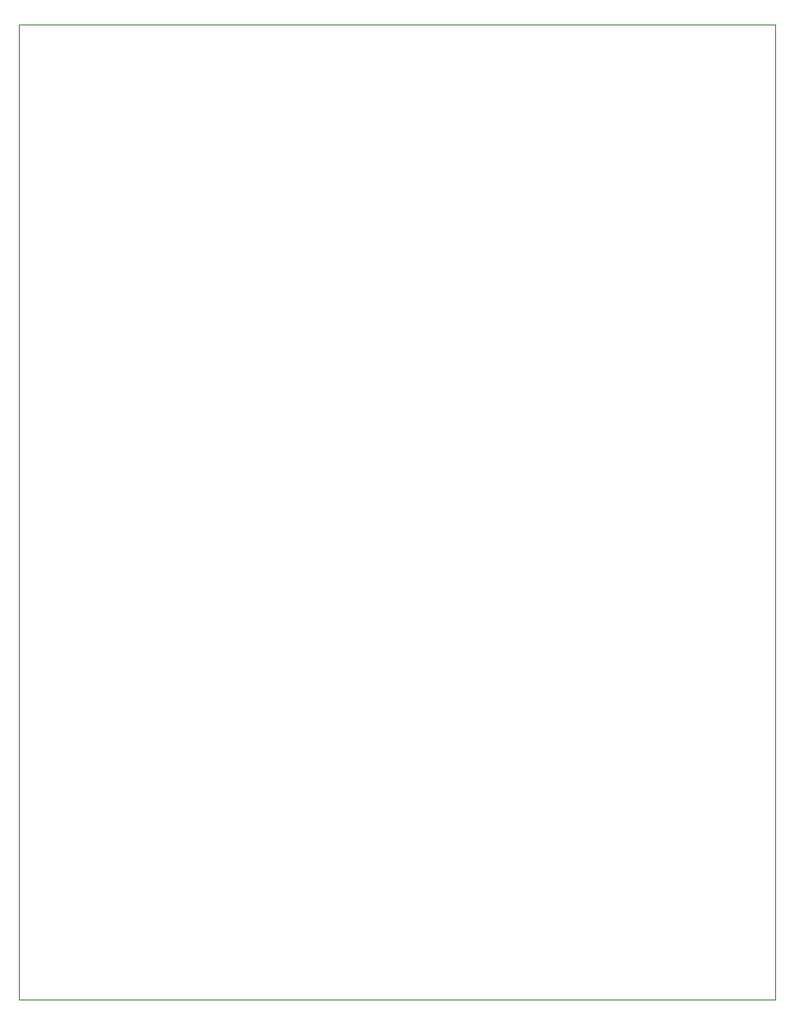
<source format=gbr>
%TF.GenerationSoftware,KiCad,Pcbnew,(5.1.9)-1*%
%TF.CreationDate,2021-04-10T21:08:21+08:00*%
%TF.ProjectId,CSPS2ATX2.0,43535053-3241-4545-9832-2e302e6b6963,V2.0*%
%TF.SameCoordinates,Original*%
%TF.FileFunction,Profile,NP*%
%FSLAX46Y46*%
G04 Gerber Fmt 4.6, Leading zero omitted, Abs format (unit mm)*
G04 Created by KiCad (PCBNEW (5.1.9)-1) date 2021-04-10 21:08:21*
%MOMM*%
%LPD*%
G01*
G04 APERTURE LIST*
%TA.AperFunction,Profile*%
%ADD10C,0.050000*%
%TD*%
G04 APERTURE END LIST*
D10*
X80645000Y-125095000D02*
X80645000Y-37465000D01*
X148590000Y-125095000D02*
X80645000Y-125095000D01*
X148590000Y-37465000D02*
X148590000Y-125095000D01*
X80645000Y-37465000D02*
X148590000Y-37465000D01*
M02*

</source>
